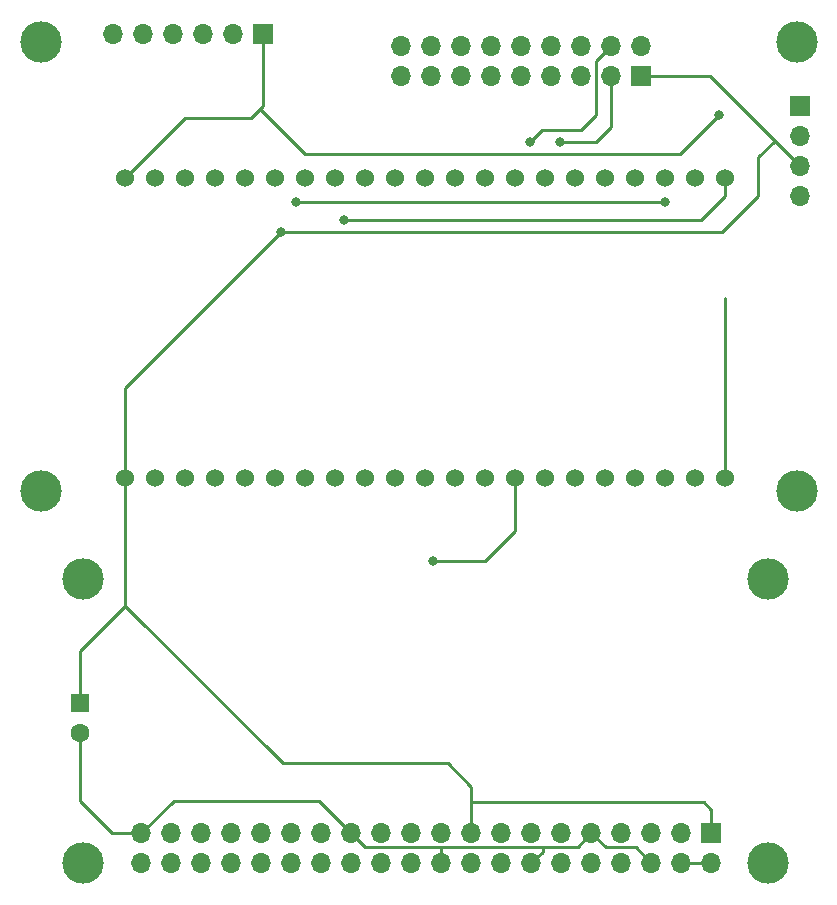
<source format=gbr>
%TF.GenerationSoftware,KiCad,Pcbnew,6.0.9-8da3e8f707~116~ubuntu20.04.1*%
%TF.CreationDate,2022-11-01T21:27:11-06:00*%
%TF.ProjectId,seedsigner-esp32-dev-board,73656564-7369-4676-9e65-722d65737033,rev?*%
%TF.SameCoordinates,Original*%
%TF.FileFunction,Copper,L2,Bot*%
%TF.FilePolarity,Positive*%
%FSLAX46Y46*%
G04 Gerber Fmt 4.6, Leading zero omitted, Abs format (unit mm)*
G04 Created by KiCad (PCBNEW 6.0.9-8da3e8f707~116~ubuntu20.04.1) date 2022-11-01 21:27:11*
%MOMM*%
%LPD*%
G01*
G04 APERTURE LIST*
%TA.AperFunction,ComponentPad*%
%ADD10R,1.700000X1.700000*%
%TD*%
%TA.AperFunction,ComponentPad*%
%ADD11O,1.700000X1.700000*%
%TD*%
%TA.AperFunction,WasherPad*%
%ADD12C,3.500000*%
%TD*%
%TA.AperFunction,ComponentPad*%
%ADD13R,1.600000X1.600000*%
%TD*%
%TA.AperFunction,ComponentPad*%
%ADD14C,1.600000*%
%TD*%
%TA.AperFunction,ComponentPad*%
%ADD15C,1.530000*%
%TD*%
%TA.AperFunction,ViaPad*%
%ADD16C,0.800000*%
%TD*%
%TA.AperFunction,Conductor*%
%ADD17C,0.250000*%
%TD*%
G04 APERTURE END LIST*
D10*
%TO.P,J2,1,Pin_1*%
%TO.N,GND*%
X67310000Y69596000D03*
D11*
%TO.P,J2,2,Pin_2*%
%TO.N,+5V*%
X67310000Y67056000D03*
%TO.P,J2,3,Pin_3*%
%TO.N,+3.3V*%
X67310000Y64516000D03*
%TO.P,J2,4,Pin_4*%
%TO.N,GND*%
X67310000Y61976000D03*
%TD*%
D12*
%TO.P,H1,*%
%TO.N,*%
X67000000Y37000000D03*
%TD*%
%TO.P,U3,*%
%TO.N,*%
X64560000Y5540000D03*
X6560000Y5540000D03*
X64560000Y29540000D03*
X6560000Y29540000D03*
D10*
%TO.P,U3,1,3V3*%
%TO.N,+3.3V*%
X59800000Y8080000D03*
D11*
%TO.P,U3,2,5V0*%
%TO.N,Net-(U3-Pad2)*%
X59800000Y5540000D03*
%TO.P,U3,3,GPIO2/SDA1*%
%TO.N,unconnected-(U3-Pad3)*%
X57260000Y8080000D03*
%TO.P,U3,4,5V0*%
%TO.N,Net-(U3-Pad2)*%
X57260000Y5540000D03*
%TO.P,U3,5,GPIO3/SCL1*%
%TO.N,unconnected-(U3-Pad5)*%
X54720000Y8080000D03*
%TO.P,U3,6,GND*%
%TO.N,GND*%
X54720000Y5540000D03*
%TO.P,U3,7,GPIO4/GPIO_GCKL*%
%TO.N,unconnected-(U3-Pad7)*%
X52180000Y8080000D03*
%TO.P,U3,8,TXD0/GPIO14*%
%TO.N,unconnected-(U3-Pad8)*%
X52180000Y5540000D03*
%TO.P,U3,9,GND*%
%TO.N,GND*%
X49640000Y8080000D03*
%TO.P,U3,10,RXD0/GPIO15*%
%TO.N,unconnected-(U3-Pad10)*%
X49640000Y5540000D03*
%TO.P,U3,11,GPIO17/GPIO_GEN0*%
%TO.N,/RST*%
X47100000Y8080000D03*
%TO.P,U3,12,GPIO18/GPIO_GEN1*%
%TO.N,unconnected-(U3-Pad12)*%
X47100000Y5540000D03*
%TO.P,U3,13,GPIO27/GPIO_GEN2*%
%TO.N,unconnected-(U3-Pad13)*%
X44560000Y8080000D03*
%TO.P,U3,14,GND*%
%TO.N,GND*%
X44560000Y5540000D03*
%TO.P,U3,15,GPIO22/GPIO_GEN3*%
%TO.N,unconnected-(U3-Pad15)*%
X42020000Y8080000D03*
%TO.P,U3,16,GPIO23/GPIO_GEN4*%
%TO.N,unconnected-(U3-Pad16)*%
X42020000Y5540000D03*
%TO.P,U3,17,3V3*%
%TO.N,+3.3V*%
X39480000Y8080000D03*
%TO.P,U3,18,GPIO24/GPIO_GEN5*%
%TO.N,unconnected-(U3-Pad18)*%
X39480000Y5540000D03*
%TO.P,U3,19,GPIO10/SPI_MOSI*%
%TO.N,/SPI_MOSI*%
X36940000Y8080000D03*
%TO.P,U3,20,GND*%
%TO.N,GND*%
X36940000Y5540000D03*
%TO.P,U3,21,GPIO9/SPI_MISO*%
%TO.N,unconnected-(U3-Pad21)*%
X34400000Y8080000D03*
%TO.P,U3,22,GPIO25/GPIO_GEN6*%
%TO.N,/DC*%
X34400000Y5540000D03*
%TO.P,U3,23,GPIO11/SPI_SCLK*%
%TO.N,/SPI_SCLK*%
X31860000Y8080000D03*
%TO.P,U3,24,GPIO8/~{SPI_CE0}*%
%TO.N,/SPI_CS*%
X31860000Y5540000D03*
%TO.P,U3,25,GND*%
%TO.N,GND*%
X29320000Y8080000D03*
%TO.P,U3,26,GPIO7/~{SPI_CE1}*%
%TO.N,unconnected-(U3-Pad26)*%
X29320000Y5540000D03*
%TO.P,U3,27,ID_SD*%
%TO.N,unconnected-(U3-Pad27)*%
X26780000Y8080000D03*
%TO.P,U3,28,ID_SC*%
%TO.N,unconnected-(U3-Pad28)*%
X26780000Y5540000D03*
%TO.P,U3,29,GPIO5*%
%TO.N,/JOYSTICK_LEFT*%
X24240000Y8080000D03*
%TO.P,U3,30,GND*%
%TO.N,GND*%
X24240000Y5540000D03*
%TO.P,U3,31,GPIO6*%
%TO.N,/JOYSTICK_UP*%
X21700000Y8080000D03*
%TO.P,U3,32,GPIO12*%
%TO.N,unconnected-(U3-Pad32)*%
X21700000Y5540000D03*
%TO.P,U3,33,GPIO13*%
%TO.N,/JOYSTICK_PRESS*%
X19160000Y8080000D03*
%TO.P,U3,34,GND*%
%TO.N,GND*%
X19160000Y5540000D03*
%TO.P,U3,35,GPIO19*%
%TO.N,/JOYSTICK_DOWN*%
X16620000Y8080000D03*
%TO.P,U3,36,GPIO16*%
%TO.N,/KEY3*%
X16620000Y5540000D03*
%TO.P,U3,37,GPIO26*%
%TO.N,/JOYSTICK_RIGHT*%
X14080000Y8080000D03*
%TO.P,U3,38,GPIO20*%
%TO.N,/KEY2*%
X14080000Y5540000D03*
%TO.P,U3,39,GND*%
%TO.N,GND*%
X11540000Y8080000D03*
%TO.P,U3,40,GPIO21*%
%TO.N,/KEY1*%
X11540000Y5540000D03*
%TD*%
D12*
%TO.P,H2,*%
%TO.N,*%
X3000000Y37000000D03*
%TD*%
D13*
%TO.P,C1,1*%
%TO.N,+3.3V*%
X6350000Y19050000D03*
D14*
%TO.P,C1,2*%
%TO.N,GND*%
X6350000Y16550000D03*
%TD*%
D12*
%TO.P,H4,*%
%TO.N,*%
X3000000Y75000000D03*
%TD*%
D15*
%TO.P,U1,0,GPIO0*%
%TO.N,/KEY3*%
X12700000Y38100000D03*
%TO.P,U1,1,GPIO1*%
%TO.N,/KEY2*%
X15240000Y38100000D03*
%TO.P,U1,2,GPIO2*%
%TO.N,/KEY1*%
X17780000Y38100000D03*
%TO.P,U1,3,GPIO3*%
%TO.N,/JOYSTICK_RIGHT*%
X20320000Y38100000D03*
%TO.P,U1,3V3,VDD33*%
%TO.N,+3.3V*%
X10160000Y38100000D03*
%TO.P,U1,4,GPIO4*%
%TO.N,/JOYSTICK_DOWN*%
X22860000Y38100000D03*
%TO.P,U1,5,GPIO5*%
%TO.N,/JOYSTICK_PRESS*%
X25400000Y38100000D03*
%TO.P,U1,5V,+5V*%
%TO.N,+5V*%
X58420000Y38100000D03*
%TO.P,U1,6,GPIO6*%
%TO.N,/JOYSTICK_UP*%
X27940000Y38100000D03*
%TO.P,U1,7,GPIO7*%
%TO.N,/JOYSTICK_LEFT*%
X30480000Y38100000D03*
%TO.P,U1,8,GPIO8*%
%TO.N,/SDA*%
X33020000Y38100000D03*
%TO.P,U1,9,GPIO9*%
%TO.N,/SCL*%
X35560000Y38100000D03*
%TO.P,U1,10,GPIO10*%
%TO.N,/SPI_CS*%
X38100000Y38100000D03*
%TO.P,U1,11,GPIO11*%
%TO.N,/SPI_MOSI*%
X40640000Y38100000D03*
%TO.P,U1,12,GPIO12*%
%TO.N,/SPI_SCLK*%
X43180000Y38100000D03*
%TO.P,U1,13,GPIO13*%
%TO.N,/DC*%
X45720000Y38100000D03*
%TO.P,U1,14,GPIO14*%
%TO.N,/RST*%
X48260000Y38100000D03*
%TO.P,U1,15,GPIO15*%
%TO.N,/HREF*%
X50800000Y38100000D03*
%TO.P,U1,16,GPIO16*%
%TO.N,/VSYNC*%
X53340000Y38100000D03*
%TO.P,U1,17,GPIO17*%
%TO.N,/TX1*%
X55880000Y38100000D03*
%TO.P,U1,18,EXT_GPIO18*%
%TO.N,/RX1*%
X60960000Y63500000D03*
%TO.P,U1,19,GPIO19*%
%TO.N,unconnected-(U1-Pad19)*%
X58420000Y63500000D03*
%TO.P,U1,20,GPIO20*%
%TO.N,unconnected-(U1-Pad20)*%
X55880000Y63500000D03*
%TO.P,U1,21,GPIO21*%
%TO.N,unconnected-(U1-Pad21)*%
X53340000Y63500000D03*
%TO.P,U1,26,GPIO26*%
%TO.N,/PSRAM_NO_USE*%
X50800000Y63500000D03*
%TO.P,U1,33,GPIO33*%
%TO.N,/PCLK*%
X48260000Y63500000D03*
%TO.P,U1,34,GPIO34*%
%TO.N,/XCLK*%
X45720000Y63500000D03*
%TO.P,U1,35,GPIO35*%
%TO.N,/D9*%
X43180000Y63500000D03*
%TO.P,U1,36,GPIO36*%
%TO.N,/D8*%
X40640000Y63500000D03*
%TO.P,U1,37,GPIO37*%
%TO.N,/D7*%
X38100000Y63500000D03*
%TO.P,U1,38,GPIO38*%
%TO.N,/D6*%
X35560000Y63500000D03*
%TO.P,U1,39,GPIO39*%
%TO.N,/D5*%
X33020000Y63500000D03*
%TO.P,U1,40,GPIO40*%
%TO.N,/D4*%
X30480000Y63500000D03*
%TO.P,U1,41,GPIO41*%
%TO.N,/D3*%
X27940000Y63500000D03*
%TO.P,U1,42,GPIO42*%
%TO.N,/D2*%
X25400000Y63500000D03*
%TO.P,U1,45,GPIO45*%
%TO.N,unconnected-(U1-Pad45)*%
X17780000Y63500000D03*
%TO.P,U1,46,GPIO46*%
%TO.N,unconnected-(U1-Pad46)*%
X15240000Y63500000D03*
%TO.P,U1,GND_1,GND*%
%TO.N,GND*%
X60960000Y38100000D03*
%TO.P,U1,GND_2,GND*%
X10160000Y63500000D03*
%TO.P,U1,RST,CHIP_PU*%
%TO.N,unconnected-(U1-PadRST)*%
X12700000Y63500000D03*
%TO.P,U1,RX,U0RXD*%
%TO.N,unconnected-(U1-PadRX)*%
X20320000Y63500000D03*
%TO.P,U1,TX,U0TXD*%
%TO.N,unconnected-(U1-PadTX)*%
X22860000Y63500000D03*
%TD*%
D12*
%TO.P,H3,*%
%TO.N,*%
X67000000Y75000000D03*
%TD*%
D10*
%TO.P,J1,1,Pin_1*%
%TO.N,GND*%
X21844000Y75692000D03*
D11*
%TO.P,J1,2,Pin_2*%
%TO.N,/TX1*%
X19304000Y75692000D03*
%TO.P,J1,3,Pin_3*%
%TO.N,/RX1*%
X16764000Y75692000D03*
%TO.P,J1,4,Pin_4*%
%TO.N,+3.3V*%
X14224000Y75692000D03*
%TO.P,J1,5,Pin_5*%
%TO.N,/IO_TRIG*%
X11684000Y75692000D03*
%TO.P,J1,6,Pin_6*%
%TO.N,/IO_IN*%
X9144000Y75692000D03*
%TD*%
D10*
%TO.P,U2,1,3.3V*%
%TO.N,+3.3V*%
X53848000Y72136000D03*
D11*
%TO.P,U2,2,GND*%
%TO.N,GND*%
X53848000Y74676000D03*
%TO.P,U2,3,SIOC*%
%TO.N,/SCL*%
X51308000Y72136000D03*
%TO.P,U2,4,SIOD*%
%TO.N,/SDA*%
X51308000Y74676000D03*
%TO.P,U2,5,VSYNC*%
%TO.N,/VSYNC*%
X48768000Y72136000D03*
%TO.P,U2,6,HREF*%
%TO.N,/HREF*%
X48768000Y74676000D03*
%TO.P,U2,7,PCLK*%
%TO.N,/PCLK*%
X46228000Y72136000D03*
%TO.P,U2,8,XCLK*%
%TO.N,/XCLK*%
X46228000Y74676000D03*
%TO.P,U2,9,D9*%
%TO.N,/D9*%
X43688000Y72136000D03*
%TO.P,U2,10,D8*%
%TO.N,/D8*%
X43688000Y74676000D03*
%TO.P,U2,11,D7*%
%TO.N,/D7*%
X41148000Y72136000D03*
%TO.P,U2,12,D6*%
%TO.N,/D6*%
X41148000Y74676000D03*
%TO.P,U2,13,D5*%
%TO.N,/D5*%
X38608000Y72136000D03*
%TO.P,U2,14,D4*%
%TO.N,/D4*%
X38608000Y74676000D03*
%TO.P,U2,15,D3*%
%TO.N,/D3*%
X36068000Y72136000D03*
%TO.P,U2,16,D2*%
%TO.N,/D2*%
X36068000Y74676000D03*
%TO.P,U2,17,RET*%
%TO.N,unconnected-(U2-Pad17)*%
X33528000Y72136000D03*
%TO.P,U2,18,PDWN*%
%TO.N,unconnected-(U2-Pad18)*%
X33528000Y74676000D03*
%TD*%
D16*
%TO.N,+3.3V*%
X23359253Y58919253D03*
%TO.N,/SDA*%
X44450000Y66548000D03*
%TO.N,/SCL*%
X46990000Y66548000D03*
%TO.N,/SPI_SCLK*%
X36195000Y31115000D03*
%TO.N,GND*%
X60452000Y68834000D03*
%TO.N,/TX1*%
X24638000Y61468000D03*
X55880000Y61468000D03*
%TO.N,/RX1*%
X28702000Y59944000D03*
%TD*%
D17*
%TO.N,Net-(U3-Pad2)*%
X57260000Y5540000D02*
X59800000Y5540000D01*
%TO.N,GND*%
X49640000Y8080000D02*
X50862000Y6858000D01*
X50862000Y6858000D02*
X53402000Y6858000D01*
X53402000Y6858000D02*
X54720000Y5540000D01*
X36910000Y6905000D02*
X45513000Y6905000D01*
X45513000Y6905000D02*
X48465000Y6905000D01*
X44560000Y5540000D02*
X45513000Y6493000D01*
X45513000Y6493000D02*
X45513000Y6905000D01*
%TO.N,+3.3V*%
X65151000Y66675000D02*
X59690000Y72136000D01*
X67310000Y64516000D02*
X65151000Y66675000D01*
X23359253Y58919253D02*
X23368000Y58928000D01*
X23368000Y58928000D02*
X60706000Y58928000D01*
X60706000Y58928000D02*
X63754000Y61976000D01*
X63754000Y61976000D02*
X63754000Y65278000D01*
X63754000Y65278000D02*
X65151000Y66675000D01*
X59690000Y72136000D02*
X53848000Y72136000D01*
X39480000Y11955000D02*
X39480000Y10685000D01*
X59165000Y10685000D02*
X59800000Y10050000D01*
X39480000Y10685000D02*
X59165000Y10685000D01*
X39480000Y10685000D02*
X39480000Y8080000D01*
X6350000Y23495000D02*
X10160000Y27305000D01*
X59800000Y10050000D02*
X59800000Y8080000D01*
X23495000Y13970000D02*
X37465000Y13970000D01*
X10160000Y38100000D02*
X10160000Y45720000D01*
X10160000Y38100000D02*
X10160000Y27305000D01*
X37465000Y13970000D02*
X39480000Y11955000D01*
X6350000Y19050000D02*
X6350000Y23495000D01*
X10160000Y45720000D02*
X23359253Y58919253D01*
X10160000Y27305000D02*
X23495000Y13970000D01*
%TO.N,/SDA*%
X45466000Y67564000D02*
X44450000Y66548000D01*
X50038000Y68834000D02*
X48768000Y67564000D01*
X51308000Y74676000D02*
X50038000Y73406000D01*
X50038000Y73406000D02*
X50038000Y68834000D01*
X48768000Y67564000D02*
X45466000Y67564000D01*
%TO.N,/SCL*%
X51308000Y67818000D02*
X51308000Y72136000D01*
X46990000Y66548000D02*
X50038000Y66548000D01*
X50038000Y66548000D02*
X51308000Y67818000D01*
%TO.N,/SPI_SCLK*%
X43180000Y33655000D02*
X43180000Y38100000D01*
X40640000Y31115000D02*
X43180000Y33655000D01*
X36195000Y31115000D02*
X40640000Y31115000D01*
%TO.N,GND*%
X36940000Y5540000D02*
X36940000Y6875000D01*
X21590000Y69342000D02*
X21844000Y69596000D01*
X36940000Y6875000D02*
X36910000Y6905000D01*
X57150000Y65532000D02*
X60452000Y68834000D01*
X14255000Y10795000D02*
X26605000Y10795000D01*
X10160000Y63500000D02*
X15240000Y68580000D01*
X9065000Y8080000D02*
X11540000Y8080000D01*
X48465000Y6905000D02*
X49640000Y8080000D01*
X30495000Y6905000D02*
X36910000Y6905000D01*
X20828000Y68580000D02*
X21590000Y69342000D01*
X26605000Y10795000D02*
X29320000Y8080000D01*
X60960000Y53340000D02*
X60960000Y38100000D01*
X11540000Y8080000D02*
X14255000Y10795000D01*
X29320000Y8080000D02*
X30495000Y6905000D01*
X6350000Y10795000D02*
X9065000Y8080000D01*
X21844000Y69596000D02*
X21844000Y75692000D01*
X6350000Y16550000D02*
X6350000Y10795000D01*
X21590000Y69342000D02*
X25400000Y65532000D01*
X25400000Y65532000D02*
X57150000Y65532000D01*
X15240000Y68580000D02*
X20828000Y68580000D01*
%TO.N,/TX1*%
X24638000Y61468000D02*
X55880000Y61468000D01*
%TO.N,/RX1*%
X60960000Y61976000D02*
X60960000Y63500000D01*
X28702000Y59944000D02*
X58928000Y59944000D01*
X58928000Y59944000D02*
X60960000Y61976000D01*
%TD*%
M02*

</source>
